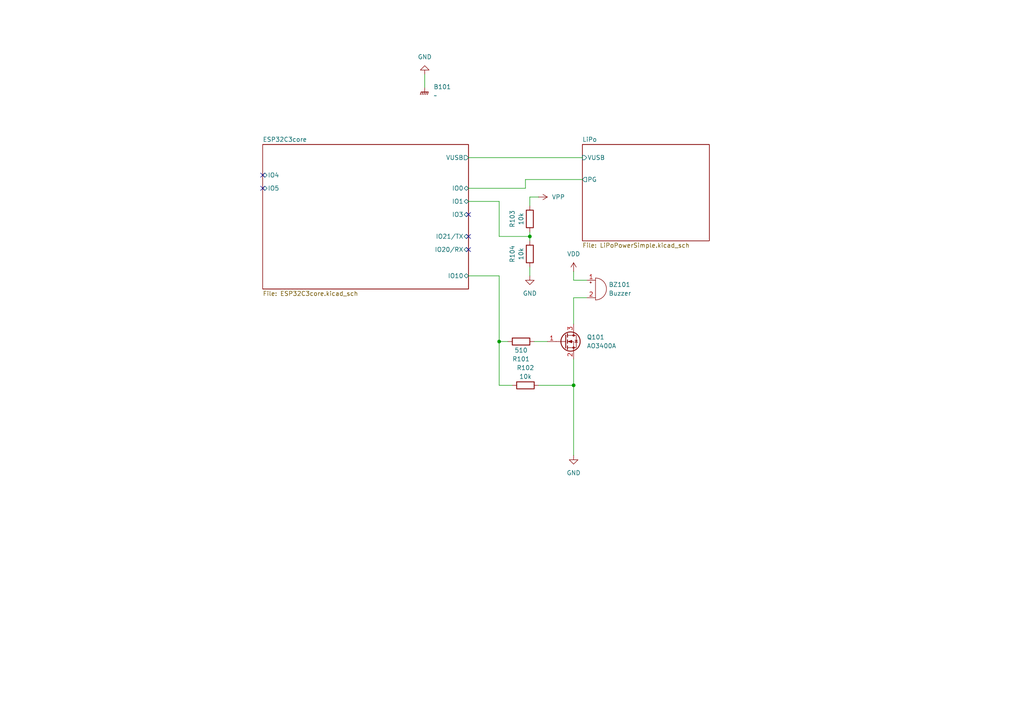
<source format=kicad_sch>
(kicad_sch (version 20250114) (generator "eeschema") (generator_version "9.0")
  (paper "A4")
  (lib_symbols
    (symbol "Device:Buzzer" (pin_names (offset 0.0254) (hide yes))
      (property "Reference" "BZ" (at 3.81 1.27 0))
      (property "Value" "Buzzer" (at 3.81 -1.27 0))
      (symbol "Buzzer_0_1"
        (polyline (pts (xy -1.651 1.905) (xy -1.143 1.905)))
        (polyline (pts (xy -1.397 2.159) (xy -1.397 1.651)))
        (arc (start 0 3.175) (mid 3.1612 0) (end 0 -3.175))
        (polyline (pts (xy 0 3.175) (xy 0 -3.175)))
      )
      (symbol "Buzzer_1_1"
        (pin passive line (at -2.54 2.54 0) (length 2.54) (name "+") (number "1"))
        (pin passive line (at -2.54 -2.54 0) (length 2.54) (name "-") (number "2"))
      )
    )
    (symbol "Device:R" (pin_numbers (hide yes)) (pin_names (offset 0))
      (property "Reference" "R" (at 2.032 0 90))
      (property "Value" "R" (at 0 0 90))
      (symbol "R_0_1"
        (rectangle (start -1.016 -2.54) (end 1.016 2.54) (stroke (width 0.254)))
      )
      (symbol "R_1_1"
        (pin passive line (at 0 3.81 270) (length 1.27) (name "~") (number "1"))
        (pin passive line (at 0 -3.81 90) (length 1.27) (name "~") (number "2"))
      )
    )
    (symbol "Transistor_FET:AO3400A" (pin_names (offset 0) (hide yes))
      (property "Reference" "Q" (at 5.08 1.905 0))
      (property "Value" "AO3400A" (at 5.08 0 0))
      (symbol "AO3400A_0_1"
        (polyline (pts (xy 0.254 1.905) (xy 0.254 -1.905)) (stroke (width 0.254)))
        (polyline (pts (xy 0.254 0) (xy -2.54 0)))
        (polyline (pts (xy 0.762 2.286) (xy 0.762 1.27)) (stroke (width 0.254)))
        (polyline (pts (xy 0.762 0.508) (xy 0.762 -0.508)) (stroke (width 0.254)))
        (polyline (pts (xy 0.762 -1.27) (xy 0.762 -2.286)) (stroke (width 0.254)))
        (polyline (pts (xy 0.762 -1.778) (xy 3.302 -1.778) (xy 3.302 1.778) (xy 0.762 1.778)))
        (polyline (pts (xy 1.016 0) (xy 2.032 0.381) (xy 2.032 -0.381) (xy 1.016 0)) (fill (type outline)))
        (circle (center 1.651 0) (radius 2.794) (stroke (width 0.254)))
        (polyline (pts (xy 2.54 2.54) (xy 2.54 1.778)))
        (circle (center 2.54 1.778) (radius 0.254) (fill (type outline)))
        (circle (center 2.54 -1.778) (radius 0.254) (fill (type outline)))
        (polyline (pts (xy 2.54 -2.54) (xy 2.54 0) (xy 0.762 0)))
        (polyline (pts (xy 2.921 0.381) (xy 3.683 0.381)))
        (polyline (pts (xy 3.302 0.381) (xy 2.921 -0.254) (xy 3.683 -0.254) (xy 3.302 0.381)))
      )
      (symbol "AO3400A_1_1"
        (pin input line (at -5.08 0 0) (length 2.54) (name "G") (number "1"))
        (pin passive line (at 2.54 5.08 270) (length 2.54) (name "D") (number "3"))
        (pin passive line (at 2.54 -5.08 90) (length 2.54) (name "S") (number "2"))
      )
    )
    (symbol "WOBCLibrary:Board"
      (property "Reference" "B" (at 0 2.54 0))
      (symbol "Board_0_1"
        (polyline (pts (xy -1.016 -1.27) (xy -1.27 -2.032) (xy -1.27 -2.032)) (stroke (width 0.2032)))
        (polyline (pts (xy -0.508 -1.27) (xy -0.762 -2.032) (xy -0.762 -2.032)) (stroke (width 0.2032)))
        (polyline (pts (xy 0 -1.27) (xy 0 0)))
        (polyline (pts (xy 0 -1.27) (xy -0.254 -2.032) (xy -0.254 -2.032)) (stroke (width 0.2032)))
        (polyline (pts (xy 0.508 -1.27) (xy 0.254 -2.032) (xy 0.254 -2.032)) (stroke (width 0.2032)))
        (polyline (pts (xy 1.016 -1.27) (xy -1.016 -1.27) (xy -1.016 -1.27)) (stroke (width 0.2032)))
        (polyline (pts (xy 1.016 -1.27) (xy 0.762 -2.032) (xy 0.762 -2.032) (xy 0.762 -2.032)) (stroke (width 0.2032)))
      )
      (symbol "Board_1_1"
        (pin power_in line (at 0 0 270) (length 0) (hide yes) (name "GND") (number "GND"))
      )
    )
    (symbol "power:GND" (power) (pin_numbers (hide yes)) (pin_names (offset 0) (hide yes))
      (property "Value" "GND" (at 0 -3.81 0))
      (symbol "GND_0_1"
        (polyline (pts (xy 0 0) (xy 0 -1.27) (xy 1.27 -1.27) (xy 0 -2.54) (xy -1.27 -1.27) (xy 0 -1.27)))
      )
      (symbol "GND_1_1"
        (pin power_in line (at 0 0 270) (length 0) (name "~") (number "1"))
      )
    )
    (symbol "power:VDD" (power) (pin_numbers (hide yes)) (pin_names (offset 0) (hide yes))
      (property "Value" "VDD" (at 0 3.556 0))
      (symbol "VDD_0_1"
        (polyline (pts (xy -0.762 1.27) (xy 0 2.54)))
        (polyline (pts (xy 0 2.54) (xy 0.762 1.27)))
        (polyline (pts (xy 0 0) (xy 0 2.54)))
      )
      (symbol "VDD_1_1"
        (pin power_in line (at 0 0 90) (length 0) (name "~") (number "1"))
      )
    )
    (symbol "power:VPP" (power) (pin_numbers (hide yes)) (pin_names (offset 0) (hide yes))
      (property "Value" "VPP" (at 0 3.556 0))
      (symbol "VPP_0_1"
        (polyline (pts (xy -0.762 1.27) (xy 0 2.54)))
        (polyline (pts (xy 0 2.54) (xy 0.762 1.27)))
        (polyline (pts (xy 0 0) (xy 0 2.54)))
      )
      (symbol "VPP_1_1"
        (pin power_in line (at 0 0 90) (length 0) (name "~") (number "1"))
      )
    )
  )
  (junction (at 153.67 68.58))
  (junction (at 166.37 111.76))
  (junction (at 144.78 99.06))
  (no_connect (at 135.89 68.58))
  (no_connect (at 135.89 62.23))
  (no_connect (at 76.2 50.8))
  (no_connect (at 76.2 54.61))
  (no_connect (at 135.89 72.39))
  (wire (pts (xy 153.67 59.69) (xy 153.67 57.15)))
  (wire (pts (xy 135.89 80.01) (xy 144.78 80.01)))
  (wire (pts (xy 166.37 86.36) (xy 166.37 93.98)))
  (wire (pts (xy 170.18 81.28) (xy 166.37 81.28)))
  (wire (pts (xy 135.89 45.72) (xy 168.91 45.72)))
  (wire (pts (xy 152.4 54.61) (xy 135.89 54.61)))
  (wire (pts (xy 156.21 111.76) (xy 166.37 111.76)))
  (wire (pts (xy 168.91 52.07) (xy 152.4 52.07)))
  (wire (pts (xy 135.89 58.42) (xy 144.78 58.42)))
  (wire (pts (xy 153.67 57.15) (xy 156.21 57.15)))
  (wire (pts (xy 144.78 80.01) (xy 144.78 99.06)))
  (wire (pts (xy 144.78 99.06) (xy 147.32 99.06)))
  (wire (pts (xy 144.78 111.76) (xy 144.78 99.06)))
  (wire (pts (xy 166.37 81.28) (xy 166.37 78.74)))
  (wire (pts (xy 123.19 21.59) (xy 123.19 25.4)))
  (wire (pts (xy 144.78 58.42) (xy 144.78 68.58)))
  (wire (pts (xy 153.67 68.58) (xy 153.67 69.85)))
  (wire (pts (xy 153.67 77.47) (xy 153.67 80.01)))
  (wire (pts (xy 154.94 99.06) (xy 158.75 99.06)))
  (wire (pts (xy 152.4 52.07) (xy 152.4 54.61)))
  (wire (pts (xy 148.59 111.76) (xy 144.78 111.76)))
  (wire (pts (xy 144.78 68.58) (xy 153.67 68.58)))
  (wire (pts (xy 166.37 104.14) (xy 166.37 111.76)))
  (wire (pts (xy 170.18 86.36) (xy 166.37 86.36)))
  (wire (pts (xy 166.37 111.76) (xy 166.37 132.08)))
  (wire (pts (xy 153.67 67.31) (xy 153.67 68.58)))
  (symbol (lib_id "Device:R") (at 153.67 63.5 0) (mirror x) (unit 1)
    (property "Reference" "R103" (at 148.59 63.5 90))
    (property "Value" "10k" (at 151.13 63.5 90))
    (property "Footprint" "Resistor_SMD:R_0402_1005Metric" (effects (hide yes)))
    (property "Description" "Resistor" (effects (hide yes)))
    (property "LCSC" "C25744" (effects (hide yes)))
  )
  (symbol (lib_id "power:VPP") (at 156.21 57.15 270) (unit 1)
    (property "Reference" "#PWR0103" (effects (hide yes)))
    (property "Value" "VPP" (at 160.02 57.1499 90) (effects (justify left)))
    (property "Description" "Power symbol creates a global label with name \"VPP\"" (effects (hide yes)))
  )
  (symbol (lib_id "power:VDD") (at 166.37 78.74 0) (unit 1)
    (property "Reference" "#PWR0104" (effects (hide yes)))
    (property "Value" "VDD" (at 166.37 73.66 0))
    (property "Description" "Power symbol creates a global label with name \"VDD\"" (effects (hide yes)))
  )
  (symbol (lib_id "Device:Buzzer") (at 172.72 83.82 0) (unit 1)
    (property "Reference" "BZ101" (at 176.53 82.5499 0) (effects (justify left)))
    (property "Value" "Buzzer" (at 176.53 85.0899 0) (effects (justify left)))
    (property "Footprint" "Buzzer_Beeper:MagneticBuzzer_CUI_CMT-8504-100-SMT" (effects (hide yes)))
    (property "Description" "Buzzer, polarized" (effects (hide yes)))
  )
  (symbol (lib_id "power:GND") (at 166.37 132.08 0) (unit 1)
    (property "Reference" "#PWR0105" (effects (hide yes)))
    (property "Value" "GND" (at 166.37 137.16 0))
    (property "Description" "Power symbol creates a global label with name \"GND\" , ground" (effects (hide yes)))
  )
  (symbol (lib_id "power:GND") (at 123.19 21.59 180) (unit 1)
    (property "Reference" "#PWR0101" (effects (hide yes)))
    (property "Value" "GND" (at 123.19 16.51 0))
    (property "Description" "Power symbol creates a global label with name \"GND\" , ground" (effects (hide yes)))
  )
  (symbol (lib_id "Transistor_FET:AO3400A") (at 163.83 99.06 0) (unit 1)
    (property "Reference" "Q101" (at 170.18 97.7899 0) (effects (justify left)))
    (property "Value" "AO3400A" (at 170.18 100.3299 0) (effects (justify left)))
    (property "Footprint" "Package_TO_SOT_SMD:SOT-23" (effects (hide yes)))
    (property "Datasheet" "http://www.aosmd.com/pdfs/datasheet/AO3400A.pdf" (effects (hide yes)))
    (property "Description" "30V Vds, 5.7A Id, N-Channel MOSFET, SOT-23" (effects (hide yes)))
  )
  (symbol (lib_id "power:GND") (at 153.67 80.01 0) (unit 1)
    (property "Reference" "#PWR0102" (effects (hide yes)))
    (property "Value" "GND" (at 153.67 85.09 0))
    (property "Description" "Power symbol creates a global label with name \"GND\" , ground" (effects (hide yes)))
  )
  (symbol (lib_id "Device:R") (at 153.67 73.66 0) (mirror x) (unit 1)
    (property "Reference" "R104" (at 148.59 73.66 90))
    (property "Value" "10k" (at 151.13 73.66 90))
    (property "Footprint" "Resistor_SMD:R_0402_1005Metric" (effects (hide yes)))
    (property "Description" "Resistor" (effects (hide yes)))
    (property "LCSC" "C25744" (effects (hide yes)))
  )
  (symbol (lib_id "Device:R") (at 152.4 111.76 90) (mirror x) (unit 1)
    (property "Reference" "R102" (at 152.4 106.68 90))
    (property "Value" "10k" (at 152.4 109.22 90))
    (property "Footprint" "Resistor_SMD:R_0402_1005Metric" (effects (hide yes)))
    (property "Description" "Resistor" (effects (hide yes)))
    (property "LCSC" "C25744" (effects (hide yes)))
  )
  (symbol (lib_id "WOBCLibrary:Board") (at 123.19 25.4 0) (unit 1)
    (property "Reference" "B101" (at 125.73 25.1967 0) (effects (justify left)))
    (property "Value" "~" (at 125.73 27.7367 0) (effects (justify left)))
    (property "Footprint" "WOBCLibrary:Board_1U_60x60" (effects (hide yes)))
  )
  (symbol (lib_id "Device:R") (at 151.13 99.06 270) (mirror x) (unit 1)
    (property "Reference" "R101" (at 151.13 104.14 90))
    (property "Value" "510" (at 151.13 101.6 90))
    (property "Footprint" "Resistor_SMD:R_0402_1005Metric" (effects (hide yes)))
    (property "Description" "Resistor" (effects (hide yes)))
    (property "LCSC" "C25123" (effects (hide yes)))
  )
  (sheet (at 168.91 41.91) (size 36.83 27.94) (stroke (width 0.1524))
    (property "Sheetname" "LiPo" (at 168.91 41.1984 0) (effects (justify left bottom)))
    (property "Sheetfile" "LiPoPowerSimple.kicad_sch" (at 168.91 70.4346 0) (effects (justify left top)))
    (pin "PG" output (at 168.91 52.07 180))
    (pin "VUSB" input (at 168.91 45.72 180))
  )
  (sheet (at 76.2 41.91) (size 59.69 41.91) (stroke (width 0.1524))
    (property "Sheetname" "ESP32C3core" (at 76.2 41.1984 0) (effects (justify left bottom)))
    (property "Sheetfile" "ESP32C3core.kicad_sch" (at 76.2 84.4046 0) (effects (justify left top)))
    (pin "IO0" bidirectional (at 135.89 54.61 0))
    (pin "IO1" bidirectional (at 135.89 58.42 0))
    (pin "IO3" bidirectional (at 135.89 62.23 0))
    (pin "IO4" bidirectional (at 76.2 50.8 180))
    (pin "IO5" bidirectional (at 76.2 54.61 180))
    (pin "IO10" bidirectional (at 135.89 80.01 0))
    (pin "IO20{slash}RX" bidirectional (at 135.89 72.39 0))
    (pin "IO21{slash}TX" bidirectional (at 135.89 68.58 0))
    (pin "VUSB" output (at 135.89 45.72 0))
  )
)
</source>
